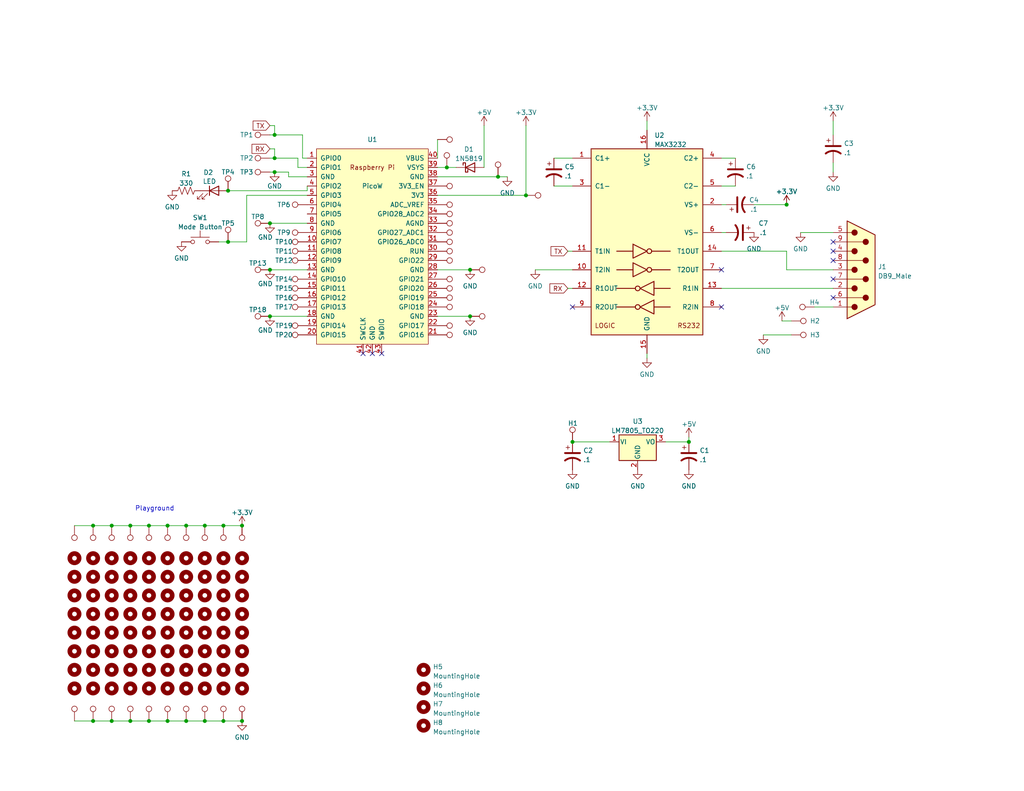
<source format=kicad_sch>
(kicad_sch (version 20211123) (generator eeschema)
  (paper "A")
  (title_block (title "PICO-W Wireless Rotator Controller") (date "2022-08-21") (rev "0.2") (comment 4 "Copyright (C) 2022 J. B. Otterson N1KDO"))
  (junction (at 30.48 196.85))
  (junction (at 128.27 73.66))
  (junction (at 128.27 86.36))
  (junction (at 74.93 36.83))
  (junction (at 60.96 196.85))
  (junction (at 40.64 143.51))
  (junction (at 214.63 55.88))
  (junction (at 45.72 143.51))
  (junction (at 25.4 196.85))
  (junction (at 50.8 196.85))
  (junction (at 74.93 46.99))
  (junction (at 55.88 143.51))
  (junction (at 74.93 43.18))
  (junction (at 50.8 143.51))
  (junction (at 55.88 196.85))
  (junction (at 73.66 73.66))
  (junction (at 187.96 120.65))
  (junction (at 62.23 66.04))
  (junction (at 66.04 196.85))
  (junction (at 121.92 45.72))
  (junction (at 156.21 120.65))
  (junction (at 30.48 143.51))
  (junction (at 73.66 60.96))
  (junction (at 45.72 196.85))
  (junction (at 35.56 196.85))
  (junction (at 66.04 143.51))
  (junction (at 143.51 53.34))
  (junction (at 73.66 86.36))
  (junction (at 60.96 143.51))
  (junction (at 62.23 52.07))
  (junction (at 135.89 48.26))
  (junction (at 40.64 196.85))
  (junction (at 35.56 143.51))
  (junction (at 25.4 143.51))
  (no_connect (at 156.21 83.82))
  (no_connect (at 99.06 96.52))
  (no_connect (at 101.6 96.52))
  (no_connect (at 104.14 96.52))
  (no_connect (at 227.33 66.04))
  (no_connect (at 227.33 71.12))
  (no_connect (at 227.33 68.58))
  (no_connect (at 227.33 81.28))
  (no_connect (at 227.33 76.2))
  (no_connect (at 196.85 73.66))
  (no_connect (at 196.85 83.82))
  (wire (pts (xy 83.82 50.8) (xy 83.82 52.07)))
  (wire (pts (xy 20.32 143.51) (xy 25.4 143.51)))
  (wire (pts (xy 227.33 44.45) (xy 227.33 46.99)))
  (wire (pts (xy 73.66 60.96) (xy 83.82 60.96)))
  (wire (pts (xy 154.94 68.58) (xy 156.21 68.58)))
  (wire (pts (xy 74.93 40.64) (xy 74.93 43.18)))
  (wire (pts (xy 119.38 45.72) (xy 121.92 45.72)))
  (wire (pts (xy 146.05 73.66) (xy 156.21 73.66)))
  (wire (pts (xy 62.23 66.04) (xy 67.31 66.04)))
  (wire (pts (xy 62.23 52.07) (xy 83.82 52.07)))
  (wire (pts (xy 128.27 73.66) (xy 119.38 73.66)))
  (wire (pts (xy 196.85 63.5) (xy 198.12 63.5)))
  (wire (pts (xy 227.33 73.66) (xy 214.63 73.66)))
  (wire (pts (xy 30.48 196.85) (xy 35.56 196.85)))
  (wire (pts (xy 83.82 43.18) (xy 82.55 43.18)))
  (wire (pts (xy 45.72 196.85) (xy 50.8 196.85)))
  (wire (pts (xy 82.55 36.83) (xy 74.93 36.83)))
  (wire (pts (xy 156.21 120.65) (xy 166.37 120.65)))
  (wire (pts (xy 151.13 50.8) (xy 156.21 50.8)))
  (wire (pts (xy 73.66 34.29) (xy 74.93 34.29)))
  (wire (pts (xy 119.38 48.26) (xy 135.89 48.26)))
  (wire (pts (xy 196.85 43.18) (xy 200.66 43.18)))
  (wire (pts (xy 50.8 196.85) (xy 55.88 196.85)))
  (wire (pts (xy 222.25 83.82) (xy 227.33 83.82)))
  (wire (pts (xy 35.56 196.85) (xy 40.64 196.85)))
  (wire (pts (xy 214.63 73.66) (xy 214.63 68.58)))
  (wire (pts (xy 181.61 120.65) (xy 187.96 120.65)))
  (wire (pts (xy 128.27 86.36) (xy 119.38 86.36)))
  (wire (pts (xy 83.82 48.26) (xy 78.74 48.26)))
  (wire (pts (xy 74.93 43.18) (xy 81.28 43.18)))
  (wire (pts (xy 55.88 196.85) (xy 60.96 196.85)))
  (wire (pts (xy 218.44 63.5) (xy 227.33 63.5)))
  (wire (pts (xy 45.72 143.51) (xy 50.8 143.51)))
  (wire (pts (xy 74.93 34.29) (xy 74.93 36.83)))
  (wire (pts (xy 119.38 53.34) (xy 143.51 53.34)))
  (wire (pts (xy 20.32 196.85) (xy 25.4 196.85)))
  (wire (pts (xy 73.66 36.83) (xy 74.93 36.83)))
  (wire (pts (xy 82.55 43.18) (xy 82.55 36.83)))
  (wire (pts (xy 30.48 143.51) (xy 35.56 143.51)))
  (wire (pts (xy 83.82 45.72) (xy 81.28 45.72)))
  (wire (pts (xy 187.96 119.38) (xy 187.96 120.65)))
  (wire (pts (xy 40.64 196.85) (xy 45.72 196.85)))
  (wire (pts (xy 40.64 143.51) (xy 45.72 143.51)))
  (wire (pts (xy 196.85 78.74) (xy 227.33 78.74)))
  (wire (pts (xy 73.66 40.64) (xy 74.93 40.64)))
  (wire (pts (xy 196.85 68.58) (xy 214.63 68.58)))
  (wire (pts (xy 81.28 45.72) (xy 81.28 43.18)))
  (wire (pts (xy 196.85 50.8) (xy 200.66 50.8)))
  (wire (pts (xy 67.31 66.04) (xy 67.31 53.34)))
  (wire (pts (xy 25.4 196.85) (xy 30.48 196.85)))
  (wire (pts (xy 215.9 91.44) (xy 208.28 91.44)))
  (wire (pts (xy 60.96 196.85) (xy 66.04 196.85)))
  (wire (pts (xy 213.36 87.63) (xy 215.9 87.63)))
  (wire (pts (xy 73.66 73.66) (xy 83.82 73.66)))
  (wire (pts (xy 25.4 143.51) (xy 30.48 143.51)))
  (wire (pts (xy 60.96 143.51) (xy 66.04 143.51)))
  (wire (pts (xy 59.69 66.04) (xy 62.23 66.04)))
  (wire (pts (xy 55.88 143.51) (xy 60.96 143.51)))
  (wire (pts (xy 35.56 143.51) (xy 40.64 143.51)))
  (wire (pts (xy 74.93 46.99) (xy 78.74 46.99)))
  (wire (pts (xy 119.38 38.1) (xy 119.38 43.18)))
  (wire (pts (xy 143.51 34.29) (xy 143.51 53.34)))
  (wire (pts (xy 176.53 33.02) (xy 176.53 35.56)))
  (wire (pts (xy 227.33 33.02) (xy 227.33 36.83)))
  (wire (pts (xy 67.31 53.34) (xy 83.82 53.34)))
  (wire (pts (xy 135.89 48.26) (xy 138.43 48.26)))
  (wire (pts (xy 50.8 143.51) (xy 55.88 143.51)))
  (wire (pts (xy 176.53 96.52) (xy 176.53 97.79)))
  (wire (pts (xy 151.13 43.18) (xy 156.21 43.18)))
  (wire (pts (xy 73.66 86.36) (xy 83.82 86.36)))
  (wire (pts (xy 132.08 34.29) (xy 132.08 45.72)))
  (wire (pts (xy 196.85 55.88) (xy 198.12 55.88)))
  (wire (pts (xy 73.66 46.99) (xy 74.93 46.99)))
  (wire (pts (xy 205.74 55.88) (xy 214.63 55.88)))
  (wire (pts (xy 73.66 43.18) (xy 74.93 43.18)))
  (wire (pts (xy 154.94 78.74) (xy 156.21 78.74)))
  (wire (pts (xy 121.92 45.72) (xy 124.46 45.72)))
  (wire (pts (xy 78.74 48.26) (xy 78.74 46.99)))
  (text "Playground" (at 36.83 139.7 0) (effects (font (size 1.27 1.27)) (justify left bottom)))
  (global_label "RX" (shape input) (at 154.94 78.74 180) (property "Intersheet References" "${INTERSHEET_REFS}" (effects hide)))
  (global_label "RX" (shape input) (at 73.66 40.64 180) (property "Intersheet References" "${INTERSHEET_REFS}" (effects hide)))
  (global_label "TX" (shape input) (at 154.94 68.58 180) (property "Intersheet References" "${INTERSHEET_REFS}" (effects hide)))
  (global_label "TX" (shape input) (at 73.66 34.29 180) (property "Intersheet References" "${INTERSHEET_REFS}" (effects hide)))
  (symbol (lib_id "Mechanical:MountingHole") (at 40.64 187.96 0) (unit 1)
    (property "Reference" "GH49" (effects hide))
    (property "Value" "MountingHole" (effects hide))
    (property "Footprint" "TestPoint:TestPoint_THTPad_D1.0mm_Drill0.5mm" (effects hide))
  )
  (symbol (lib_id "power:GND") (at 146.05 73.66 0) (unit 1)
    (property "Reference" "#PWR010" (effects hide))
    (property "Value" "GND" (at 146.05 78.1034 0))
  )
  (symbol (lib_id "Connector:TestPoint") (at 128.27 73.66 270) (unit 1)
    (property "Reference" "TP28" (effects hide))
    (property "Value" "TestPoint" (effects hide))
    (property "Footprint" "TestPoint:TestPoint_THTPad_D1.0mm_Drill0.5mm" (effects hide))
  )
  (symbol (lib_id "Connector:TestPoint") (at 215.9 87.63 270) (unit 1)
    (property "Reference" "H2" (at 220.98 87.63 90) (effects (justify left)))
    (property "Value" "2" (effects hide))
    (property "Footprint" "TestPoint:TestPoint_THTPad_D1.0mm_Drill0.5mm" (effects hide))
  )
  (symbol (lib_id "Connector:TestPoint") (at 83.82 55.88 90) (unit 1)
    (property "Reference" "TP6" (at 77.47 55.88 90))
    (property "Value" "TestPoint" (effects hide))
    (property "Footprint" "TestPoint:TestPoint_THTPad_D1.0mm_Drill0.5mm" (effects hide))
  )
  (symbol (lib_id "power:GND") (at 208.28 91.44 0) (unit 1)
    (property "Reference" "#PWR015" (effects hide))
    (property "Value" "GND" (at 208.28 95.8834 0))
  )
  (symbol (lib_id "Mechanical:MountingHole") (at 20.32 162.56 0) (unit 1)
    (property "Reference" "GH4" (effects hide))
    (property "Value" "MountingHole" (effects hide))
    (property "Footprint" "TestPoint:TestPoint_THTPad_D1.0mm_Drill0.5mm" (effects hide))
  )
  (symbol (lib_id "Mechanical:MountingHole") (at 60.96 177.8 0) (unit 1)
    (property "Reference" "GH87" (effects hide))
    (property "Value" "MountingHole" (effects hide))
    (property "Footprint" "TestPoint:TestPoint_THTPad_D1.0mm_Drill0.5mm" (effects hide))
  )
  (symbol (lib_id "power:+5V") (at 213.36 87.63 0) (unit 1)
    (property "Reference" "#PWR016" (effects hide))
    (property "Value" "+5V" (at 213.36 84.0542 0))
  )
  (symbol (lib_id "power:GND") (at 176.53 97.79 0) (unit 1)
    (property "Reference" "#PWR012" (effects hide))
    (property "Value" "GND" (at 176.53 102.2334 0))
  )
  (symbol (lib_id "Mechanical:MountingHole") (at 20.32 152.4 0) (unit 1)
    (property "Reference" "GH2" (effects hide))
    (property "Value" "MountingHole" (effects hide))
    (property "Footprint" "TestPoint:TestPoint_THTPad_D1.0mm_Drill0.5mm" (effects hide))
  )
  (symbol (lib_id "Mechanical:MountingHole") (at 50.8 177.8 0) (unit 1)
    (property "Reference" "GH67" (effects hide))
    (property "Value" "MountingHole" (effects hide))
    (property "Footprint" "TestPoint:TestPoint_THTPad_D1.0mm_Drill0.5mm" (effects hide))
  )
  (symbol (lib_id "Mechanical:MountingHole") (at 45.72 167.64 0) (unit 1)
    (property "Reference" "GH55" (effects hide))
    (property "Value" "MountingHole" (effects hide))
    (property "Footprint" "TestPoint:TestPoint_THTPad_D1.0mm_Drill0.5mm" (effects hide))
  )
  (symbol (lib_id "Connector:TestPoint") (at 62.23 52.07 0) (unit 1)
    (property "Reference" "TP4" (at 62.23 46.99 0))
    (property "Value" "TestPoint" (effects hide))
    (property "Footprint" "TestPoint:TestPoint_THTPad_D1.0mm_Drill0.5mm" (effects hide))
  )
  (symbol (lib_id "Mechanical:MountingHole") (at 30.48 157.48 0) (unit 1)
    (property "Reference" "GH23" (effects hide))
    (property "Value" "MountingHole" (effects hide))
    (property "Footprint" "TestPoint:TestPoint_THTPad_D1.0mm_Drill0.5mm" (effects hide))
  )
  (symbol (lib_id "Connector:TestPoint") (at 50.8 143.51 180) (unit 1)
    (property "Reference" "GH61" (effects hide))
    (property "Value" "MountingHole" (effects hide))
    (property "Footprint" "TestPoint:TestPoint_THTPad_D1.0mm_Drill0.5mm" (effects hide))
  )
  (symbol (lib_id "power:GND") (at 73.66 60.96 0) (unit 1)
    (property "Reference" "#PWR02" (effects hide))
    (property "Value" "GND" (at 72.39 64.77 0))
  )
  (symbol (lib_id "power:GND") (at 138.43 48.26 0) (unit 1)
    (property "Reference" "#PWR08" (effects hide))
    (property "Value" "GND" (at 138.43 52.7034 0))
  )
  (symbol (lib_id "Mechanical:MountingHole") (at 20.32 172.72 0) (unit 1)
    (property "Reference" "GH6" (effects hide))
    (property "Value" "MountingHole" (effects hide))
    (property "Footprint" "TestPoint:TestPoint_THTPad_D1.0mm_Drill0.5mm" (effects hide))
  )
  (symbol (lib_id "Mechanical:MountingHole") (at 50.8 162.56 0) (unit 1)
    (property "Reference" "GH64" (effects hide))
    (property "Value" "MountingHole" (effects hide))
    (property "Footprint" "TestPoint:TestPoint_THTPad_D1.0mm_Drill0.5mm" (effects hide))
  )
  (symbol (lib_id "Mechanical:MountingHole") (at 35.56 162.56 0) (unit 1)
    (property "Reference" "GH34" (effects hide))
    (property "Value" "MountingHole" (effects hide))
    (property "Footprint" "TestPoint:TestPoint_THTPad_D1.0mm_Drill0.5mm" (effects hide))
  )
  (symbol (lib_id "Connector:TestPoint") (at 66.04 143.51 180) (unit 1)
    (property "Reference" "GH91" (effects hide))
    (property "Value" "MountingHole" (effects hide))
    (property "Footprint" "TestPoint:TestPoint_THTPad_D1.0mm_Drill0.5mm" (effects hide))
  )
  (symbol (lib_id "Connector:TestPoint") (at 83.82 66.04 90) (unit 1)
    (property "Reference" "TP10" (at 77.47 66.04 90))
    (property "Value" "TestPoint" (effects hide))
    (property "Footprint" "TestPoint:TestPoint_THTPad_D1.0mm_Drill0.5mm" (effects hide))
  )
  (symbol (lib_id "Mechanical:MountingHole") (at 20.32 157.48 0) (unit 1)
    (property "Reference" "GH3" (effects hide))
    (property "Value" "MountingHole" (effects hide))
    (property "Footprint" "TestPoint:TestPoint_THTPad_D1.0mm_Drill0.5mm" (effects hide))
  )
  (symbol (lib_id "Device:C_Polarized_US") (at 151.13 46.99 0) (unit 1)
    (property "Reference" "C5" (at 154.051 45.5203 0) (effects (justify left)))
    (property "Value" ".1" (at 154.051 48.0572 0) (effects (justify left)))
    (property "Footprint" "Capacitor_THT:CP_Radial_Tantal_D4.5mm_P2.50mm" (effects hide))
    (property "Datasheet" "https://www.mouser.com/datasheet/2/212/KEM_T2043_T35X-1730558.pdf" (effects hide))
    (property "part" "T350A104M035AT" (effects hide))
  )
  (symbol (lib_id "Mechanical:MountingHole") (at 30.48 177.8 0) (unit 1)
    (property "Reference" "GH27" (effects hide))
    (property "Value" "MountingHole" (effects hide))
    (property "Footprint" "TestPoint:TestPoint_THTPad_D1.0mm_Drill0.5mm" (effects hide))
  )
  (symbol (lib_id "Connector:TestPoint") (at 60.96 143.51 180) (unit 1)
    (property "Reference" "GH81" (effects hide))
    (property "Value" "MountingHole" (effects hide))
    (property "Footprint" "TestPoint:TestPoint_THTPad_D1.0mm_Drill0.5mm" (effects hide))
  )
  (symbol (lib_id "Connector:TestPoint") (at 215.9 91.44 270) (unit 1)
    (property "Reference" "H3" (at 220.98 91.44 90) (effects (justify left)))
    (property "Value" "3" (effects hide))
    (property "Footprint" "TestPoint:TestPoint_THTPad_D1.0mm_Drill0.5mm" (effects hide))
  )
  (symbol (lib_id "Mechanical:MountingHole") (at 25.4 177.8 0) (unit 1)
    (property "Reference" "GH17" (effects hide))
    (property "Value" "MountingHole" (effects hide))
    (property "Footprint" "TestPoint:TestPoint_THTPad_D1.0mm_Drill0.5mm" (effects hide))
  )
  (symbol (lib_id "Mechanical:MountingHole") (at 30.48 187.96 0) (unit 1)
    (property "Reference" "GH29" (effects hide))
    (property "Value" "MountingHole" (effects hide))
    (property "Footprint" "TestPoint:TestPoint_THTPad_D1.0mm_Drill0.5mm" (effects hide))
  )
  (symbol (lib_id "Mechanical:MountingHole") (at 35.56 177.8 0) (unit 1)
    (property "Reference" "GH37" (effects hide))
    (property "Value" "MountingHole" (effects hide))
    (property "Footprint" "TestPoint:TestPoint_THTPad_D1.0mm_Drill0.5mm" (effects hide))
  )
  (symbol (lib_id "power:GND") (at 66.04 196.85 0) (unit 1)
    (property "Reference" "#PWR0104" (effects hide))
    (property "Value" "GND" (at 66.04 201.2934 0))
  )
  (symbol (lib_id "Mechanical:MountingHole") (at 66.04 177.8 0) (unit 1)
    (property "Reference" "GH97" (effects hide))
    (property "Value" "MountingHole" (effects hide))
    (property "Footprint" "TestPoint:TestPoint_THTPad_D1.0mm_Drill0.5mm" (effects hide))
  )
  (symbol (lib_id "Connector:TestPoint") (at 30.48 196.85 0) (unit 1)
    (property "Reference" "GH30" (effects hide))
    (property "Value" "MountingHole" (effects hide))
    (property "Footprint" "TestPoint:TestPoint_THTPad_D1.0mm_Drill0.5mm" (effects hide))
  )
  (symbol (lib_id "Mechanical:MountingHole") (at 66.04 157.48 0) (unit 1)
    (property "Reference" "GH93" (effects hide))
    (property "Value" "MountingHole" (effects hide))
    (property "Footprint" "TestPoint:TestPoint_THTPad_D1.0mm_Drill0.5mm" (effects hide))
  )
  (symbol (lib_id "Connector:TestPoint") (at 35.56 143.51 180) (unit 1)
    (property "Reference" "GH31" (effects hide))
    (property "Value" "MountingHole" (effects hide))
    (property "Footprint" "TestPoint:TestPoint_THTPad_D1.0mm_Drill0.5mm" (effects hide))
  )
  (symbol (lib_id "Mechanical:MountingHole") (at 35.56 187.96 0) (unit 1)
    (property "Reference" "GH39" (effects hide))
    (property "Value" "MountingHole" (effects hide))
    (property "Footprint" "TestPoint:TestPoint_THTPad_D1.0mm_Drill0.5mm" (effects hide))
  )
  (symbol (lib_id "Mechanical:MountingHole") (at 40.64 162.56 0) (unit 1)
    (property "Reference" "GH44" (effects hide))
    (property "Value" "MountingHole" (effects hide))
    (property "Footprint" "TestPoint:TestPoint_THTPad_D1.0mm_Drill0.5mm" (effects hide))
  )
  (symbol (lib_id "Mechanical:MountingHole") (at 115.57 187.96 0) (unit 1)
    (property "Reference" "H6" (at 118.11 187.1253 0) (effects (justify left)))
    (property "Value" "MountingHole" (at 118.11 189.6622 0) (effects (justify left)))
    (property "Footprint" "MountingHole:MountingHole_3.5mm" (effects hide))
  )
  (symbol (lib_id "Device:R_US") (at 50.8 52.07 90) (unit 1)
    (property "Reference" "R1" (at 50.8 47.4812 90))
    (property "Value" "330" (at 50.8 50.0181 90))
    (property "Footprint" "Resistor_THT:R_Axial_DIN0207_L6.3mm_D2.5mm_P7.62mm_Horizontal" (effects hide))
  )
  (symbol (lib_id "Mechanical:MountingHole") (at 50.8 152.4 0) (unit 1)
    (property "Reference" "GH62" (effects hide))
    (property "Value" "MountingHole" (effects hide))
    (property "Footprint" "TestPoint:TestPoint_THTPad_D1.0mm_Drill0.5mm" (effects hide))
  )
  (symbol (lib_id "Device:C_Polarized_US") (at 200.66 46.99 0) (unit 1)
    (property "Reference" "C6" (at 203.581 45.5203 0) (effects (justify left)))
    (property "Value" ".1" (at 203.581 48.0572 0) (effects (justify left)))
    (property "Footprint" "Capacitor_THT:CP_Radial_Tantal_D4.5mm_P2.50mm" (effects hide))
    (property "Datasheet" "https://www.mouser.com/datasheet/2/212/KEM_T2043_T35X-1730558.pdf" (effects hide))
    (property "part" "T350A104M035AT" (effects hide))
  )
  (symbol (lib_id "Connector:TestPoint") (at 83.82 71.12 90) (unit 1)
    (property "Reference" "TP12" (at 77.47 71.12 90))
    (property "Value" "TestPoint" (effects hide))
    (property "Footprint" "TestPoint:TestPoint_THTPad_D1.0mm_Drill0.5mm" (effects hide))
  )
  (symbol (lib_id "power:+5V") (at 187.96 119.38 0) (unit 1)
    (property "Reference" "#PWR023" (effects hide))
    (property "Value" "+5V" (at 187.96 115.8042 0))
  )
  (symbol (lib_id "Mechanical:MountingHole") (at 25.4 172.72 0) (unit 1)
    (property "Reference" "GH16" (effects hide))
    (property "Value" "MountingHole" (effects hide))
    (property "Footprint" "TestPoint:TestPoint_THTPad_D1.0mm_Drill0.5mm" (effects hide))
  )
  (symbol (lib_id "Mechanical:MountingHole") (at 55.88 182.88 0) (unit 1)
    (property "Reference" "GH78" (effects hide))
    (property "Value" "MountingHole" (effects hide))
    (property "Footprint" "TestPoint:TestPoint_THTPad_D1.0mm_Drill0.5mm" (effects hide))
  )
  (symbol (lib_id "Connector:TestPoint") (at 83.82 91.44 90) (unit 1)
    (property "Reference" "TP20" (at 77.47 91.44 90))
    (property "Value" "TestPoint" (effects hide))
    (property "Footprint" "TestPoint:TestPoint_THTPad_D1.0mm_Drill0.5mm" (effects hide))
  )
  (symbol (lib_id "Connector:TestPoint") (at 30.48 143.51 180) (unit 1)
    (property "Reference" "GH21" (effects hide))
    (property "Value" "MountingHole" (effects hide))
    (property "Footprint" "TestPoint:TestPoint_THTPad_D1.0mm_Drill0.5mm" (effects hide))
  )
  (symbol (lib_id "Connector:TestPoint") (at 73.66 86.36 90) (unit 1)
    (property "Reference" "TP18" (at 70.358 84.5622 90))
    (property "Value" "TestPoint" (effects hide))
    (property "Footprint" "TestPoint:TestPoint_THTPad_D1.0mm_Drill0.5mm" (effects hide))
  )
  (symbol (lib_id "Mechanical:MountingHole") (at 45.72 177.8 0) (unit 1)
    (property "Reference" "GH57" (effects hide))
    (property "Value" "MountingHole" (effects hide))
    (property "Footprint" "TestPoint:TestPoint_THTPad_D1.0mm_Drill0.5mm" (effects hide))
  )
  (symbol (lib_id "Mechanical:MountingHole") (at 60.96 172.72 0) (unit 1)
    (property "Reference" "GH86" (effects hide))
    (property "Value" "MountingHole" (effects hide))
    (property "Footprint" "TestPoint:TestPoint_THTPad_D1.0mm_Drill0.5mm" (effects hide))
  )
  (symbol (lib_id "Mechanical:MountingHole") (at 45.72 162.56 0) (unit 1)
    (property "Reference" "GH54" (effects hide))
    (property "Value" "MountingHole" (effects hide))
    (property "Footprint" "TestPoint:TestPoint_THTPad_D1.0mm_Drill0.5mm" (effects hide))
  )
  (symbol (lib_id "Mechanical:MountingHole") (at 115.57 193.04 0) (unit 1)
    (property "Reference" "H7" (at 118.11 192.2053 0) (effects (justify left)))
    (property "Value" "MountingHole" (at 118.11 194.7422 0) (effects (justify left)))
    (property "Footprint" "MountingHole:MountingHole_3.5mm" (effects hide))
  )
  (symbol (lib_id "Mechanical:MountingHole") (at 45.72 152.4 0) (unit 1)
    (property "Reference" "GH52" (effects hide))
    (property "Value" "MountingHole" (effects hide))
    (property "Footprint" "TestPoint:TestPoint_THTPad_D1.0mm_Drill0.5mm" (effects hide))
  )
  (symbol (lib_id "Connector:TestPoint") (at 83.82 68.58 90) (unit 1)
    (property "Reference" "TP11" (at 77.47 68.58 90))
    (property "Value" "TestPoint" (effects hide))
    (property "Footprint" "TestPoint:TestPoint_THTPad_D1.0mm_Drill0.5mm" (effects hide))
  )
  (symbol (lib_id "power:+3.3V") (at 227.33 33.02 0) (unit 1)
    (property "Reference" "#PWR021" (effects hide))
    (property "Value" "+3.3V" (at 227.33 29.4442 0))
  )
  (symbol (lib_id "Regulator_Linear:LM7805_TO220") (at 173.99 120.65 0) (unit 1)
    (property "Reference" "U3" (at 173.99 115.0452 0))
    (property "Value" "LM7805_TO220" (at 173.99 117.5821 0))
    (property "Footprint" "Package_TO_SOT_THT:TO-220-3_Vertical" (effects hide))
    (property "Datasheet" "https://www.onsemi.cn/PowerSolutions/document/MC7800-D.PDF" (effects hide))
  )
  (symbol (lib_id "Device:C_Polarized_US") (at 187.96 124.46 0) (unit 1)
    (property "Reference" "C1" (at 190.881 122.9903 0) (effects (justify left)))
    (property "Value" ".1" (at 190.881 125.5272 0) (effects (justify left)))
    (property "Footprint" "Capacitor_THT:CP_Radial_Tantal_D4.5mm_P2.50mm" (effects hide))
    (property "Datasheet" "https://www.mouser.com/datasheet/2/212/KEM_T2043_T35X-1730558.pdf" (effects hide))
    (property "part" "T350A104M035AT" (effects hide))
  )
  (symbol (lib_id "Connector:TestPoint") (at 55.88 196.85 0) (unit 1)
    (property "Reference" "GH80" (effects hide))
    (property "Value" "MountingHole" (effects hide))
    (property "Footprint" "TestPoint:TestPoint_THTPad_D1.0mm_Drill0.5mm" (effects hide))
  )
  (symbol (lib_id "Connector:TestPoint") (at 83.82 78.74 90) (unit 1)
    (property "Reference" "TP15" (at 77.47 78.74 90))
    (property "Value" "TestPoint" (effects hide))
    (property "Footprint" "TestPoint:TestPoint_THTPad_D1.0mm_Drill0.5mm" (effects hide))
  )
  (symbol (lib_id "Mechanical:MountingHole") (at 25.4 187.96 0) (unit 1)
    (property "Reference" "GH19" (effects hide))
    (property "Value" "MountingHole" (effects hide))
    (property "Footprint" "TestPoint:TestPoint_THTPad_D1.0mm_Drill0.5mm" (effects hide))
  )
  (symbol (lib_id "power:+3.3V") (at 214.63 55.88 0) (unit 1)
    (property "Reference" "#PWR017" (effects hide))
    (property "Value" "+3.3V" (at 214.63 52.3042 0))
  )
  (symbol (lib_id "Mechanical:MountingHole") (at 40.64 172.72 0) (unit 1)
    (property "Reference" "GH46" (effects hide))
    (property "Value" "MountingHole" (effects hide))
    (property "Footprint" "TestPoint:TestPoint_THTPad_D1.0mm_Drill0.5mm" (effects hide))
  )
  (symbol (lib_id "Diode:1N5819") (at 128.27 45.72 0) (unit 1)
    (property "Reference" "D1" (at 127.9525 40.7502 0))
    (property "Value" "1N5819" (at 127.9525 43.2871 0))
    (property "Footprint" "Diode_THT:D_DO-41_SOD81_P7.62mm_Horizontal" (effects hide))
    (property "Datasheet" "http://www.vishay.com/docs/88525/1n5817.pdf" (effects hide))
  )
  (symbol (lib_id "Connector:TestPoint") (at 62.23 66.04 0) (unit 1)
    (property "Reference" "TP5" (at 62.23 60.96 0))
    (property "Value" "TestPoint" (effects hide))
    (property "Footprint" "TestPoint:TestPoint_THTPad_D1.0mm_Drill0.5mm" (effects hide))
  )
  (symbol (lib_id "Connector:TestPoint") (at 25.4 143.51 180) (unit 1)
    (property "Reference" "GH11" (effects hide))
    (property "Value" "MountingHole" (effects hide))
    (property "Footprint" "TestPoint:TestPoint_THTPad_D1.0mm_Drill0.5mm" (effects hide))
  )
  (symbol (lib_id "Mechanical:MountingHole") (at 25.4 167.64 0) (unit 1)
    (property "Reference" "GH15" (effects hide))
    (property "Value" "MountingHole" (effects hide))
    (property "Footprint" "TestPoint:TestPoint_THTPad_D1.0mm_Drill0.5mm" (effects hide))
  )
  (symbol (lib_id "power:GND") (at 227.33 46.99 0) (unit 1)
    (property "Reference" "#PWR022" (effects hide))
    (property "Value" "GND" (at 227.33 51.4334 0))
  )
  (symbol (lib_id "Mechanical:MountingHole") (at 30.48 162.56 0) (unit 1)
    (property "Reference" "GH24" (effects hide))
    (property "Value" "MountingHole" (effects hide))
    (property "Footprint" "TestPoint:TestPoint_THTPad_D1.0mm_Drill0.5mm" (effects hide))
  )
  (symbol (lib_id "Connector:TestPoint") (at 40.64 143.51 180) (unit 1)
    (property "Reference" "GH41" (effects hide))
    (property "Value" "MountingHole" (effects hide))
    (property "Footprint" "TestPoint:TestPoint_THTPad_D1.0mm_Drill0.5mm" (effects hide))
  )
  (symbol (lib_id "Mechanical:MountingHole") (at 20.32 187.96 0) (unit 1)
    (property "Reference" "GH9" (effects hide))
    (property "Value" "MountingHole" (effects hide))
    (property "Footprint" "TestPoint:TestPoint_THTPad_D1.0mm_Drill0.5mm" (effects hide))
  )
  (symbol (lib_id "Device:C_Polarized_US") (at 227.33 40.64 0) (unit 1)
    (property "Reference" "C3" (at 230.251 39.1703 0) (effects (justify left)))
    (property "Value" ".1" (at 230.251 41.7072 0) (effects (justify left)))
    (property "Footprint" "Capacitor_THT:CP_Radial_Tantal_D4.5mm_P2.50mm" (effects hide))
    (property "Datasheet" "https://www.mouser.com/datasheet/2/212/KEM_T2043_T35X-1730558.pdf" (effects hide))
    (property "part" "T350A104M035AT" (effects hide))
  )
  (symbol (lib_id "Connector:TestPoint") (at 119.38 60.96 270) (unit 1)
    (property "Reference" "TP33" (effects hide))
    (property "Value" "TestPoint" (effects hide))
    (property "Footprint" "TestPoint:TestPoint_THTPad_D1.0mm_Drill0.5mm" (effects hide))
  )
  (symbol (lib_id "Mechanical:MountingHole") (at 55.88 187.96 0) (unit 1)
    (property "Reference" "GH79" (effects hide))
    (property "Value" "MountingHole" (effects hide))
    (property "Footprint" "TestPoint:TestPoint_THTPad_D1.0mm_Drill0.5mm" (effects hide))
  )
  (symbol (lib_id "Connector:TestPoint") (at 83.82 76.2 90) (unit 1)
    (property "Reference" "TP14" (at 77.47 76.2 90))
    (property "Value" "TestPoint" (effects hide))
    (property "Footprint" "TestPoint:TestPoint_THTPad_D1.0mm_Drill0.5mm" (effects hide))
  )
  (symbol (lib_id "power:GND") (at 173.99 128.27 0) (unit 1)
    (property "Reference" "#PWR019" (effects hide))
    (property "Value" "GND" (at 173.99 132.7134 0))
  )
  (symbol (lib_id "Connector:TestPoint") (at 119.38 63.5 270) (unit 1)
    (property "Reference" "TP32" (effects hide))
    (property "Value" "TestPoint" (effects hide))
    (property "Footprint" "TestPoint:TestPoint_THTPad_D1.0mm_Drill0.5mm" (effects hide))
  )
  (symbol (lib_id "Mechanical:MountingHole") (at 66.04 152.4 0) (unit 1)
    (property "Reference" "GH92" (effects hide))
    (property "Value" "MountingHole" (effects hide))
    (property "Footprint" "TestPoint:TestPoint_THTPad_D1.0mm_Drill0.5mm" (effects hide))
  )
  (symbol (lib_id "Mechanical:MountingHole") (at 60.96 162.56 0) (unit 1)
    (property "Reference" "GH84" (effects hide))
    (property "Value" "MountingHole" (effects hide))
    (property "Footprint" "TestPoint:TestPoint_THTPad_D1.0mm_Drill0.5mm" (effects hide))
  )
  (symbol (lib_id "Mechanical:MountingHole") (at 66.04 162.56 0) (unit 1)
    (property "Reference" "GH94" (effects hide))
    (property "Value" "MountingHole" (effects hide))
    (property "Footprint" "TestPoint:TestPoint_THTPad_D1.0mm_Drill0.5mm" (effects hide))
  )
  (symbol (lib_id "Mechanical:MountingHole") (at 20.32 182.88 0) (unit 1)
    (property "Reference" "GH8" (effects hide))
    (property "Value" "MountingHole" (effects hide))
    (property "Footprint" "TestPoint:TestPoint_THTPad_D1.0mm_Drill0.5mm" (effects hide))
  )
  (symbol (lib_id "Mechanical:MountingHole") (at 50.8 172.72 0) (unit 1)
    (property "Reference" "GH66" (effects hide))
    (property "Value" "MountingHole" (effects hide))
    (property "Footprint" "TestPoint:TestPoint_THTPad_D1.0mm_Drill0.5mm" (effects hide))
  )
  (symbol (lib_id "Connector:TestPoint") (at 73.66 73.66 90) (unit 1)
    (property "Reference" "TP13" (at 70.358 71.8622 90))
    (property "Value" "TestPoint" (effects hide))
    (property "Footprint" "TestPoint:TestPoint_THTPad_D1.0mm_Drill0.5mm" (effects hide))
  )
  (symbol (lib_id "Connector:TestPoint") (at 119.38 81.28 270) (unit 1)
    (property "Reference" "TP25" (effects hide))
    (property "Value" "TestPoint" (effects hide))
    (property "Footprint" "TestPoint:TestPoint_THTPad_D1.0mm_Drill0.5mm" (effects hide))
  )
  (symbol (lib_id "Mechanical:MountingHole") (at 30.48 182.88 0) (unit 1)
    (property "Reference" "GH28" (effects hide))
    (property "Value" "MountingHole" (effects hide))
    (property "Footprint" "TestPoint:TestPoint_THTPad_D1.0mm_Drill0.5mm" (effects hide))
  )
  (symbol (lib_id "RPi_Pico:PicoW") (at 101.6 67.31 0) (unit 1)
    (property "Reference" "U1" (at 101.6 38.1 0))
    (property "Value" "PicoW" (at 101.6 50.8 0))
    (property "Footprint" "pico-w:RPi_PicoW_SMD_TH" (effects hide))
    (property "Datasheet" "https://datasheets.raspberrypi.com/picow/pico-w-datasheet.pdf" (effects hide))
  )
  (symbol (lib_id "power:GND") (at 73.66 86.36 0) (unit 1)
    (property "Reference" "#PWR04" (effects hide))
    (property "Value" "GND" (at 72.39 90.17 0))
  )
  (symbol (lib_id "Device:C_Polarized_US") (at 201.93 63.5 270) (unit 1)
    (property "Reference" "C7" (at 208.28 60.96 90))
    (property "Value" ".1" (at 208.28 63.5 90))
    (property "Footprint" "Capacitor_THT:CP_Radial_Tantal_D4.5mm_P2.50mm" (effects hide))
    (property "Datasheet" "https://www.mouser.com/datasheet/2/212/KEM_T2043_T35X-1730558.pdf" (effects hide))
    (property "part" "T350A104M035AT" (effects hide))
  )
  (symbol (lib_id "Connector:TestPoint") (at 222.25 83.82 90) (unit 1)
    (property "Reference" "H4" (at 222.25 82.55 90))
    (property "Value" "1" (effects hide))
    (property "Footprint" "TestPoint:TestPoint_THTPad_D1.0mm_Drill0.5mm" (effects hide))
  )
  (symbol (lib_id "Connector:TestPoint") (at 119.38 68.58 270) (unit 1)
    (property "Reference" "TP30" (effects hide))
    (property "Value" "TestPoint" (effects hide))
    (property "Footprint" "TestPoint:TestPoint_THTPad_D1.0mm_Drill0.5mm" (effects hide))
  )
  (symbol (lib_id "Mechanical:MountingHole") (at 60.96 152.4 0) (unit 1)
    (property "Reference" "GH82" (effects hide))
    (property "Value" "MountingHole" (effects hide))
    (property "Footprint" "TestPoint:TestPoint_THTPad_D1.0mm_Drill0.5mm" (effects hide))
  )
  (symbol (lib_id "Connector:DB9_Male") (at 234.95 73.66 0) (unit 1)
    (property "Reference" "J1" (at 239.522 72.8253 0) (effects (justify left)))
    (property "Value" "DB9_Male" (at 239.522 75.3622 0) (effects (justify left)))
    (property "Footprint" "Connector_Dsub:DSUB-9_Male_Horizontal_P2.77x2.84mm_EdgePinOffset4.94mm_Housed_MountingHolesOffset7.48mm" (effects hide))
    (property "Datasheet" "https://www.amphenol-cs.com/media/wysiwyg/files/documentation/datasheet/inputoutput/io_d_sub_sd_stamped_formed_right_angle_board.pdf" (effects hide))
    (property "part" "L717SDE09PA4CH4RC309" (effects hide))
  )
  (symbol (lib_id "Device:C_Polarized_US") (at 201.93 55.88 90) (unit 1)
    (property "Reference" "C4" (at 205.74 54.61 90))
    (property "Value" ".1" (at 205.74 57.15 90))
    (property "Footprint" "Capacitor_THT:CP_Radial_Tantal_D4.5mm_P2.50mm" (effects hide))
    (property "Datasheet" "https://www.mouser.com/datasheet/2/212/KEM_T2043_T35X-1730558.pdf" (effects hide))
    (property "part" "T350A104M035AT" (effects hide))
  )
  (symbol (lib_id "Connector:TestPoint") (at 119.38 38.1 270) (unit 1)
    (property "Reference" "TP40" (effects hide))
    (property "Value" "TestPoint" (effects hide))
    (property "Footprint" "TestPoint:TestPoint_THTPad_D1.0mm_Drill0.5mm" (effects hide))
  )
  (symbol (lib_id "Mechanical:MountingHole") (at 30.48 167.64 0) (unit 1)
    (property "Reference" "GH25" (effects hide))
    (property "Value" "MountingHole" (effects hide))
    (property "Footprint" "TestPoint:TestPoint_THTPad_D1.0mm_Drill0.5mm" (effects hide))
  )
  (symbol (lib_id "Device:LED") (at 58.42 52.07 0) (unit 1)
    (property "Reference" "D2" (at 56.8325 47.1002 0))
    (property "Value" "LED" (at 57.15 49.53 0))
    (property "Footprint" "LED_THT:LED_D3.0mm" (effects hide))
  )
  (symbol (lib_id "Connector:TestPoint") (at 119.38 66.04 270) (unit 1)
    (property "Reference" "TP31" (effects hide))
    (property "Value" "TestPoint" (effects hide))
    (property "Footprint" "TestPoint:TestPoint_THTPad_D1.0mm_Drill0.5mm" (effects hide))
  )
  (symbol (lib_id "Connector:TestPoint") (at 119.38 58.42 270) (unit 1)
    (property "Reference" "TP34" (effects hide))
    (property "Value" "TestPoint" (effects hide))
    (property "Footprint" "TestPoint:TestPoint_THTPad_D1.0mm_Drill0.5mm" (effects hide))
  )
  (symbol (lib_id "Mechanical:MountingHole") (at 50.8 187.96 0) (unit 1)
    (property "Reference" "GH69" (effects hide))
    (property "Value" "MountingHole" (effects hide))
    (property "Footprint" "TestPoint:TestPoint_THTPad_D1.0mm_Drill0.5mm" (effects hide))
  )
  (symbol (lib_id "power:GND") (at 156.21 128.27 0) (unit 1)
    (property "Reference" "#PWR013" (effects hide))
    (property "Value" "GND" (at 156.21 132.7134 0))
  )
  (symbol (lib_id "Connector:TestPoint") (at 73.66 46.99 90) (unit 1)
    (property "Reference" "TP3" (at 67.31 46.99 90))
    (property "Value" "TestPoint" (effects hide))
    (property "Footprint" "TestPoint:TestPoint_THTPad_D1.0mm_Drill0.5mm" (effects hide))
  )
  (symbol (lib_id "Mechanical:MountingHole") (at 40.64 157.48 0) (unit 1)
    (property "Reference" "GH43" (effects hide))
    (property "Value" "MountingHole" (effects hide))
    (property "Footprint" "TestPoint:TestPoint_THTPad_D1.0mm_Drill0.5mm" (effects hide))
  )
  (symbol (lib_id "power:GND") (at 46.99 52.07 0) (unit 1)
    (property "Reference" "#PWR0102" (effects hide))
    (property "Value" "GND" (at 46.99 56.5134 0))
  )
  (symbol (lib_id "Mechanical:MountingHole") (at 40.64 177.8 0) (unit 1)
    (property "Reference" "GH47" (effects hide))
    (property "Value" "MountingHole" (effects hide))
    (property "Footprint" "TestPoint:TestPoint_THTPad_D1.0mm_Drill0.5mm" (effects hide))
  )
  (symbol (lib_id "Connector:TestPoint") (at 119.38 78.74 270) (unit 1)
    (property "Reference" "TP26" (effects hide))
    (property "Value" "TestPoint" (effects hide))
    (property "Footprint" "TestPoint:TestPoint_THTPad_D1.0mm_Drill0.5mm" (effects hide))
  )
  (symbol (lib_id "Mechanical:MountingHole") (at 25.4 162.56 0) (unit 1)
    (property "Reference" "GH14" (effects hide))
    (property "Value" "MountingHole" (effects hide))
    (property "Footprint" "TestPoint:TestPoint_THTPad_D1.0mm_Drill0.5mm" (effects hide))
  )
  (symbol (lib_id "power:+5V") (at 132.08 34.29 0) (unit 1)
    (property "Reference" "#PWR07" (effects hide))
    (property "Value" "+5V" (at 132.08 30.7142 0))
  )
  (symbol (lib_id "Mechanical:MountingHole") (at 40.64 152.4 0) (unit 1)
    (property "Reference" "GH42" (effects hide))
    (property "Value" "MountingHole" (effects hide))
    (property "Footprint" "TestPoint:TestPoint_THTPad_D1.0mm_Drill0.5mm" (effects hide))
  )
  (symbol (lib_id "Mechanical:MountingHole") (at 50.8 182.88 0) (unit 1)
    (property "Reference" "GH68" (effects hide))
    (property "Value" "MountingHole" (effects hide))
    (property "Footprint" "TestPoint:TestPoint_THTPad_D1.0mm_Drill0.5mm" (effects hide))
  )
  (symbol (lib_id "Connector:TestPoint") (at 60.96 196.85 0) (unit 1)
    (property "Reference" "GH90" (effects hide))
    (property "Value" "MountingHole" (effects hide))
    (property "Footprint" "TestPoint:TestPoint_THTPad_D1.0mm_Drill0.5mm" (effects hide))
  )
  (symbol (lib_id "Connector:TestPoint") (at 55.88 143.51 180) (unit 1)
    (property "Reference" "GH71" (effects hide))
    (property "Value" "MountingHole" (effects hide))
    (property "Footprint" "TestPoint:TestPoint_THTPad_D1.0mm_Drill0.5mm" (effects hide))
  )
  (symbol (lib_id "Connector:TestPoint") (at 135.89 48.26 0) (unit 1)
    (property "Reference" "TP38" (effects hide))
    (property "Value" "TestPoint" (effects hide))
    (property "Footprint" "TestPoint:TestPoint_THTPad_D1.0mm_Drill0.5mm" (effects hide))
  )
  (symbol (lib_id "Mechanical:MountingHole") (at 55.88 177.8 0) (unit 1)
    (property "Reference" "GH77" (effects hide))
    (property "Value" "MountingHole" (effects hide))
    (property "Footprint" "TestPoint:TestPoint_THTPad_D1.0mm_Drill0.5mm" (effects hide))
  )
  (symbol (lib_id "Mechanical:MountingHole") (at 20.32 177.8 0) (unit 1)
    (property "Reference" "GH7" (effects hide))
    (property "Value" "MountingHole" (effects hide))
    (property "Footprint" "TestPoint:TestPoint_THTPad_D1.0mm_Drill0.5mm" (effects hide))
  )
  (symbol (lib_id "power:GND") (at 74.93 46.99 0) (unit 1)
    (property "Reference" "#PWR01" (effects hide))
    (property "Value" "GND" (at 74.93 50.8 0))
  )
  (symbol (lib_id "Connector:TestPoint") (at 45.72 196.85 0) (unit 1)
    (property "Reference" "GH60" (effects hide))
    (property "Value" "MountingHole" (effects hide))
    (property "Footprint" "TestPoint:TestPoint_THTPad_D1.0mm_Drill0.5mm" (effects hide))
  )
  (symbol (lib_id "Mechanical:MountingHole") (at 30.48 152.4 0) (unit 1)
    (property "Reference" "GH22" (effects hide))
    (property "Value" "MountingHole" (effects hide))
    (property "Footprint" "TestPoint:TestPoint_THTPad_D1.0mm_Drill0.5mm" (effects hide))
  )
  (symbol (lib_id "Mechanical:MountingHole") (at 60.96 182.88 0) (unit 1)
    (property "Reference" "GH88" (effects hide))
    (property "Value" "MountingHole" (effects hide))
    (property "Footprint" "TestPoint:TestPoint_THTPad_D1.0mm_Drill0.5mm" (effects hide))
  )
  (symbol (lib_id "Mechanical:MountingHole") (at 40.64 182.88 0) (unit 1)
    (property "Reference" "GH48" (effects hide))
    (property "Value" "MountingHole" (effects hide))
    (property "Footprint" "TestPoint:TestPoint_THTPad_D1.0mm_Drill0.5mm" (effects hide))
  )
  (symbol (lib_id "Mechanical:MountingHole") (at 115.57 182.88 0) (unit 1)
    (property "Reference" "H5" (at 118.11 182.0453 0) (effects (justify left)))
    (property "Value" "MountingHole" (at 118.11 184.5822 0) (effects (justify left)))
    (property "Footprint" "MountingHole:MountingHole_3.5mm" (effects hide))
  )
  (symbol (lib_id "Connector:TestPoint") (at 50.8 196.85 0) (unit 1)
    (property "Reference" "GH70" (effects hide))
    (property "Value" "MountingHole" (effects hide))
    (property "Footprint" "TestPoint:TestPoint_THTPad_D1.0mm_Drill0.5mm" (effects hide))
  )
  (symbol (lib_id "Mechanical:MountingHole") (at 35.56 172.72 0) (unit 1)
    (property "Reference" "GH36" (effects hide))
    (property "Value" "MountingHole" (effects hide))
    (property "Footprint" "TestPoint:TestPoint_THTPad_D1.0mm_Drill0.5mm" (effects hide))
  )
  (symbol (lib_id "Connector:TestPoint") (at 119.38 91.44 270) (unit 1)
    (property "Reference" "TP21" (effects hide))
    (property "Value" "TestPoint" (effects hide))
    (property "Footprint" "TestPoint:TestPoint_THTPad_D1.0mm_Drill0.5mm" (effects hide))
  )
  (symbol (lib_id "Connector:TestPoint") (at 20.32 143.51 180) (unit 1)
    (property "Reference" "GH1" (effects hide))
    (property "Value" "MountingHole" (effects hide))
    (property "Footprint" "TestPoint:TestPoint_THTPad_D1.0mm_Drill0.5mm" (effects hide))
  )
  (symbol (lib_id "power:GND") (at 128.27 86.36 0) (unit 1)
    (property "Reference" "#PWR06" (effects hide))
    (property "Value" "GND" (at 128.27 90.8034 0))
  )
  (symbol (lib_id "Mechanical:MountingHole") (at 66.04 167.64 0) (unit 1)
    (property "Reference" "GH95" (effects hide))
    (property "Value" "MountingHole" (effects hide))
    (property "Footprint" "TestPoint:TestPoint_THTPad_D1.0mm_Drill0.5mm" (effects hide))
  )
  (symbol (lib_id "power:GND") (at 73.66 73.66 0) (unit 1)
    (property "Reference" "#PWR03" (effects hide))
    (property "Value" "GND" (at 72.39 77.47 0))
  )
  (symbol (lib_id "Connector:TestPoint") (at 83.82 63.5 90) (unit 1)
    (property "Reference" "TP9" (at 77.47 63.5 90))
    (property "Value" "TestPoint" (effects hide))
    (property "Footprint" "TestPoint:TestPoint_THTPad_D1.0mm_Drill0.5mm" (effects hide))
  )
  (symbol (lib_id "Mechanical:MountingHole") (at 35.56 167.64 0) (unit 1)
    (property "Reference" "GH35" (effects hide))
    (property "Value" "MountingHole" (effects hide))
    (property "Footprint" "TestPoint:TestPoint_THTPad_D1.0mm_Drill0.5mm" (effects hide))
  )
  (symbol (lib_id "Mechanical:MountingHole") (at 25.4 157.48 0) (unit 1)
    (property "Reference" "GH13" (effects hide))
    (property "Value" "MountingHole" (effects hide))
    (property "Footprint" "TestPoint:TestPoint_THTPad_D1.0mm_Drill0.5mm" (effects hide))
  )
  (symbol (lib_id "Connector:TestPoint") (at 156.21 120.65 0) (unit 1)
    (property "Reference" "H1" (at 154.94 115.57 0) (effects (justify left)))
    (property "Value" "3" (effects hide))
    (property "Footprint" "TestPoint:TestPoint_THTPad_D1.0mm_Drill0.5mm" (effects hide))
  )
  (symbol (lib_id "Mechanical:MountingHole") (at 30.48 172.72 0) (unit 1)
    (property "Reference" "GH26" (effects hide))
    (property "Value" "MountingHole" (effects hide))
    (property "Footprint" "TestPoint:TestPoint_THTPad_D1.0mm_Drill0.5mm" (effects hide))
  )
  (symbol (lib_id "Mechanical:MountingHole") (at 35.56 182.88 0) (unit 1)
    (property "Reference" "GH38" (effects hide))
    (property "Value" "MountingHole" (effects hide))
    (property "Footprint" "TestPoint:TestPoint_THTPad_D1.0mm_Drill0.5mm" (effects hide))
  )
  (symbol (lib_id "Mechanical:MountingHole") (at 45.72 172.72 0) (unit 1)
    (property "Reference" "GH56" (effects hide))
    (property "Value" "MountingHole" (effects hide))
    (property "Footprint" "TestPoint:TestPoint_THTPad_D1.0mm_Drill0.5mm" (effects hide))
  )
  (symbol (lib_id "power:GND") (at 218.44 63.5 0) (unit 1)
    (property "Reference" "#PWR020" (effects hide))
    (property "Value" "GND" (at 218.44 67.9434 0))
  )
  (symbol (lib_id "Connector:TestPoint") (at 119.38 83.82 270) (unit 1)
    (property "Reference" "TP24" (effects hide))
    (property "Value" "TestPoint" (effects hide))
    (property "Footprint" "TestPoint:TestPoint_THTPad_D1.0mm_Drill0.5mm" (effects hide))
  )
  (symbol (lib_id "Mechanical:MountingHole") (at 55.88 157.48 0) (unit 1)
    (property "Reference" "GH73" (effects hide))
    (property "Value" "MountingHole" (effects hide))
    (property "Footprint" "TestPoint:TestPoint_THTPad_D1.0mm_Drill0.5mm" (effects hide))
  )
  (symbol (lib_id "Mechanical:MountingHole") (at 40.64 167.64 0) (unit 1)
    (property "Reference" "GH45" (effects hide))
    (property "Value" "MountingHole" (effects hide))
    (property "Footprint" "TestPoint:TestPoint_THTPad_D1.0mm_Drill0.5mm" (effects hide))
  )
  (symbol (lib_id "Connector:TestPoint") (at 119.38 88.9 270) (unit 1)
    (property "Reference" "TP22" (effects hide))
    (property "Value" "TestPoint" (effects hide))
    (property "Footprint" "TestPoint:TestPoint_THTPad_D1.0mm_Drill0.5mm" (effects hide))
  )
  (symbol (lib_id "Connector:TestPoint") (at 73.66 60.96 90) (unit 1)
    (property "Reference" "TP8" (at 70.358 59.1622 90))
    (property "Value" "TestPoint" (effects hide))
    (property "Footprint" "TestPoint:TestPoint_THTPad_D1.0mm_Drill0.5mm" (effects hide))
  )
  (symbol (lib_id "Mechanical:MountingHole") (at 20.32 167.64 0) (unit 1)
    (property "Reference" "GH5" (effects hide))
    (property "Value" "MountingHole" (effects hide))
    (property "Footprint" "TestPoint:TestPoint_THTPad_D1.0mm_Drill0.5mm" (effects hide))
  )
  (symbol (lib_id "Connector:TestPoint") (at 35.56 196.85 0) (unit 1)
    (property "Reference" "GH40" (effects hide))
    (property "Value" "MountingHole" (effects hide))
    (property "Footprint" "TestPoint:TestPoint_THTPad_D1.0mm_Drill0.5mm" (effects hide))
  )
  (symbol (lib_id "Connector:TestPoint") (at 128.27 86.36 270) (unit 1)
    (property "Reference" "TP23" (effects hide))
    (property "Value" "TestPoint" (effects hide))
    (property "Footprint" "TestPoint:TestPoint_THTPad_D1.0mm_Drill0.5mm" (effects hide))
  )
  (symbol (lib_id "Connector:TestPoint") (at 83.82 81.28 90) (unit 1)
    (property "Reference" "TP16" (at 77.47 81.28 90))
    (property "Value" "TestPoint" (effects hide))
    (property "Footprint" "TestPoint:TestPoint_THTPad_D1.0mm_Drill0.5mm" (effects hide))
  )
  (symbol (lib_id "Mechanical:MountingHole") (at 50.8 157.48 0) (unit 1)
    (property "Reference" "GH63" (effects hide))
    (property "Value" "MountingHole" (effects hide))
    (property "Footprint" "TestPoint:TestPoint_THTPad_D1.0mm_Drill0.5mm" (effects hide))
  )
  (symbol (lib_id "Mechanical:MountingHole") (at 60.96 167.64 0) (unit 1)
    (property "Reference" "GH85" (effects hide))
    (property "Value" "MountingHole" (effects hide))
    (property "Footprint" "TestPoint:TestPoint_THTPad_D1.0mm_Drill0.5mm" (effects hide))
  )
  (symbol (lib_id "Mechanical:MountingHole") (at 115.57 198.12 0) (unit 1)
    (property "Reference" "H8" (at 118.11 197.2853 0) (effects (justify left)))
    (property "Value" "MountingHole" (at 118.11 199.8222 0) (effects (justify left)))
    (property "Footprint" "MountingHole:MountingHole_3.5mm" (effects hide))
  )
  (symbol (lib_id "Connector:TestPoint") (at 20.32 196.85 0) (unit 1)
    (property "Reference" "GH10" (effects hide))
    (property "Value" "MountingHole" (effects hide))
    (property "Footprint" "TestPoint:TestPoint_THTPad_D1.0mm_Drill0.5mm" (effects hide))
  )
  (symbol (lib_id "Interface_UART:MAX3232") (at 176.53 66.04 0) (unit 1)
    (property "Reference" "U2" (at 178.5494 36.9402 0) (effects (justify left)))
    (property "Value" "MAX3232" (at 178.5494 39.4771 0) (effects (justify left)))
    (property "Footprint" "Package_DIP:DIP-16_W7.62mm_Socket" (effects hide))
    (property "Datasheet" "https://datasheets.maximintegrated.com/en/ds/MAX3222-MAX3241.pdf" (effects hide))
  )
  (symbol (lib_id "Mechanical:MountingHole") (at 35.56 152.4 0) (unit 1)
    (property "Reference" "GH32" (effects hide))
    (property "Value" "MountingHole" (effects hide))
    (property "Footprint" "TestPoint:TestPoint_THTPad_D1.0mm_Drill0.5mm" (effects hide))
  )
  (symbol (lib_id "Mechanical:MountingHole") (at 55.88 172.72 0) (unit 1)
    (property "Reference" "GH76" (effects hide))
    (property "Value" "MountingHole" (effects hide))
    (property "Footprint" "TestPoint:TestPoint_THTPad_D1.0mm_Drill0.5mm" (effects hide))
  )
  (symbol (lib_id "Mechanical:MountingHole") (at 50.8 167.64 0) (unit 1)
    (property "Reference" "GH65" (effects hide))
    (property "Value" "MountingHole" (effects hide))
    (property "Footprint" "TestPoint:TestPoint_THTPad_D1.0mm_Drill0.5mm" (effects hide))
  )
  (symbol (lib_id "Switch:SW_Push") (at 54.61 66.04 0) (unit 1)
    (property "Reference" "SW1" (at 54.61 59.4192 0))
    (property "Value" "Mode Button" (at 54.61 61.9561 0))
    (property "Footprint" "SamacSys_Parts:GB215AHB" (effects hide))
    (property "Datasheet" "https://www.mouser.com/datasheet/2/295/GB2-1663429.pdf" (effects hide))
    (property "part" "GB215AH" (effects hide))
  )
  (symbol (lib_id "power:GND") (at 49.53 66.04 0) (unit 1)
    (property "Reference" "#PWR0101" (effects hide))
    (property "Value" "GND" (at 49.53 70.4834 0))
  )
  (symbol (lib_id "power:GND") (at 187.96 128.27 0) (unit 1)
    (property "Reference" "#PWR024" (effects hide))
    (property "Value" "GND" (at 187.96 132.7134 0))
  )
  (symbol (lib_id "Mechanical:MountingHole") (at 45.72 157.48 0) (unit 1)
    (property "Reference" "GH53" (effects hide))
    (property "Value" "MountingHole" (effects hide))
    (property "Footprint" "TestPoint:TestPoint_THTPad_D1.0mm_Drill0.5mm" (effects hide))
  )
  (symbol (lib_id "Mechanical:MountingHole") (at 25.4 152.4 0) (unit 1)
    (property "Reference" "GH12" (effects hide))
    (property "Value" "MountingHole" (effects hide))
    (property "Footprint" "TestPoint:TestPoint_THTPad_D1.0mm_Drill0.5mm" (effects hide))
  )
  (symbol (lib_id "Connector:TestPoint") (at 73.66 36.83 90) (unit 1)
    (property "Reference" "TP1" (at 67.31 36.83 90))
    (property "Value" "TestPoint" (effects hide))
    (property "Footprint" "TestPoint:TestPoint_THTPad_D1.0mm_Drill0.5mm" (effects hide))
  )
  (symbol (lib_id "Mechanical:MountingHole") (at 45.72 187.96 0) (unit 1)
    (property "Reference" "GH59" (effects hide))
    (property "Value" "MountingHole" (effects hide))
    (property "Footprint" "TestPoint:TestPoint_THTPad_D1.0mm_Drill0.5mm" (effects hide))
  )
  (symbol (lib_id "power:+3.3V") (at 214.63 55.88 0) (unit 1)
    (property "Reference" "#PWR018" (effects hide))
    (property "Value" "+3.3V" (at 214.63 52.3042 0))
  )
  (symbol (lib_id "Mechanical:MountingHole") (at 55.88 167.64 0) (unit 1)
    (property "Reference" "GH75" (effects hide))
    (property "Value" "MountingHole" (effects hide))
    (property "Footprint" "TestPoint:TestPoint_THTPad_D1.0mm_Drill0.5mm" (effects hide))
  )
  (symbol (lib_id "Connector:TestPoint") (at 119.38 50.8 270) (unit 1)
    (property "Reference" "TP37" (effects hide))
    (property "Value" "TestPoint" (effects hide))
    (property "Footprint" "TestPoint:TestPoint_THTPad_D1.0mm_Drill0.5mm" (effects hide))
  )
  (symbol (lib_id "Mechanical:MountingHole") (at 45.72 182.88 0) (unit 1)
    (property "Reference" "GH58" (effects hide))
    (property "Value" "MountingHole" (effects hide))
    (property "Footprint" "TestPoint:TestPoint_THTPad_D1.0mm_Drill0.5mm" (effects hide))
  )
  (symbol (lib_id "Connector:TestPoint") (at 83.82 88.9 90) (unit 1)
    (property "Reference" "TP19" (at 77.47 88.9 90))
    (property "Value" "TestPoint" (effects hide))
    (property "Footprint" "TestPoint:TestPoint_THTPad_D1.0mm_Drill0.5mm" (effects hide))
  )
  (symbol (lib_id "Connector:TestPoint") (at 25.4 196.85 0) (unit 1)
    (property "Reference" "GH20" (effects hide))
    (property "Value" "MountingHole" (effects hide))
    (property "Footprint" "TestPoint:TestPoint_THTPad_D1.0mm_Drill0.5mm" (effects hide))
  )
  (symbol (lib_id "Device:C_Polarized_US") (at 156.21 124.46 0) (unit 1)
    (property "Reference" "C2" (at 159.131 122.9903 0) (effects (justify left)))
    (property "Value" ".1" (at 159.131 125.5272 0) (effects (justify left)))
    (property "Footprint" "Capacitor_THT:CP_Radial_Tantal_D4.5mm_P2.50mm" (effects hide))
    (property "Datasheet" "https://www.mouser.com/datasheet/2/212/KEM_T2043_T35X-1730558.pdf" (effects hide))
    (property "part" "T350A104M035AT" (effects hide))
  )
  (symbol (lib_id "Connector:TestPoint") (at 119.38 71.12 270) (unit 1)
    (property "Reference" "TP29" (effects hide))
    (property "Value" "TestPoint" (effects hide))
    (property "Footprint" "TestPoint:TestPoint_THTPad_D1.0mm_Drill0.5mm" (effects hide))
  )
  (symbol (lib_id "Connector:TestPoint") (at 83.82 83.82 90) (unit 1)
    (property "Reference" "TP17" (at 77.47 83.82 90))
    (property "Value" "TestPoint" (effects hide))
    (property "Footprint" "TestPoint:TestPoint_THTPad_D1.0mm_Drill0.5mm" (effects hide))
  )
  (symbol (lib_id "Connector:TestPoint") (at 143.51 53.34 270) (unit 1)
    (property "Reference" "TP36" (effects hide))
    (property "Value" "TestPoint" (effects hide))
    (property "Footprint" "TestPoint:TestPoint_THTPad_D1.0mm_Drill0.5mm" (effects hide))
  )
  (symbol (lib_id "power:GND") (at 205.74 63.5 0) (unit 1)
    (property "Reference" "#PWR014" (effects hide))
    (property "Value" "GND" (at 205.74 67.9434 0))
  )
  (symbol (lib_id "Connector:TestPoint") (at 40.64 196.85 0) (unit 1)
    (property "Reference" "GH50" (effects hide))
    (property "Value" "MountingHole" (effects hide))
    (property "Footprint" "TestPoint:TestPoint_THTPad_D1.0mm_Drill0.5mm" (effects hide))
  )
  (symbol (lib_id "Connector:TestPoint") (at 119.38 76.2 270) (unit 1)
    (property "Reference" "TP27" (effects hide))
    (property "Value" "TestPoint" (effects hide))
    (property "Footprint" "TestPoint:TestPoint_THTPad_D1.0mm_Drill0.5mm" (effects hide))
  )
  (symbol (lib_id "Connector:TestPoint") (at 66.04 196.85 0) (unit 1)
    (property "Reference" "GH100" (effects hide))
    (property "Value" "MountingHole" (effects hide))
    (property "Footprint" "TestPoint:TestPoint_THTPad_D1.0mm_Drill0.5mm" (effects hide))
  )
  (symbol (lib_id "Mechanical:MountingHole") (at 55.88 152.4 0) (unit 1)
    (property "Reference" "GH72" (effects hide))
    (property "Value" "MountingHole" (effects hide))
    (property "Footprint" "TestPoint:TestPoint_THTPad_D1.0mm_Drill0.5mm" (effects hide))
  )
  (symbol (lib_id "Mechanical:MountingHole") (at 60.96 187.96 0) (unit 1)
    (property "Reference" "GH89" (effects hide))
    (property "Value" "MountingHole" (effects hide))
    (property "Footprint" "TestPoint:TestPoint_THTPad_D1.0mm_Drill0.5mm" (effects hide))
  )
  (symbol (lib_id "Mechanical:MountingHole") (at 55.88 162.56 0) (unit 1)
    (property "Reference" "GH74" (effects hide))
    (property "Value" "MountingHole" (effects hide))
    (property "Footprint" "TestPoint:TestPoint_THTPad_D1.0mm_Drill0.5mm" (effects hide))
  )
  (symbol (lib_id "power:GND") (at 128.27 73.66 0) (unit 1)
    (property "Reference" "#PWR05" (effects hide))
    (property "Value" "GND" (at 128.27 78.1034 0))
  )
  (symbol (lib_id "Mechanical:MountingHole") (at 66.04 182.88 0) (unit 1)
    (property "Reference" "GH98" (effects hide))
    (property "Value" "MountingHole" (effects hide))
    (property "Footprint" "TestPoint:TestPoint_THTPad_D1.0mm_Drill0.5mm" (effects hide))
  )
  (symbol (lib_id "power:+3.3V") (at 143.51 34.29 0) (unit 1)
    (property "Reference" "#PWR09" (effects hide))
    (property "Value" "+3.3V" (at 143.51 30.7142 0))
  )
  (symbol (lib_id "Mechanical:MountingHole") (at 25.4 182.88 0) (unit 1)
    (property "Reference" "GH18" (effects hide))
    (property "Value" "MountingHole" (effects hide))
    (property "Footprint" "TestPoint:TestPoint_THTPad_D1.0mm_Drill0.5mm" (effects hide))
  )
  (symbol (lib_id "Mechanical:MountingHole") (at 66.04 172.72 0) (unit 1)
    (property "Reference" "GH96" (effects hide))
    (property "Value" "MountingHole" (effects hide))
    (property "Footprint" "TestPoint:TestPoint_THTPad_D1.0mm_Drill0.5mm" (effects hide))
  )
  (symbol (lib_id "Connector:TestPoint") (at 45.72 143.51 180) (unit 1)
    (property "Reference" "GH51" (effects hide))
    (property "Value" "MountingHole" (effects hide))
    (property "Footprint" "TestPoint:TestPoint_THTPad_D1.0mm_Drill0.5mm" (effects hide))
  )
  (symbol (lib_id "Mechanical:MountingHole") (at 35.56 157.48 0) (unit 1)
    (property "Reference" "GH33" (effects hide))
    (property "Value" "MountingHole" (effects hide))
    (property "Footprint" "TestPoint:TestPoint_THTPad_D1.0mm_Drill0.5mm" (effects hide))
  )
  (symbol (lib_id "Connector:TestPoint") (at 73.66 43.18 90) (unit 1)
    (property "Reference" "TP2" (at 67.31 43.18 90))
    (property "Value" "TestPoint" (effects hide))
    (property "Footprint" "TestPoint:TestPoint_THTPad_D1.0mm_Drill0.5mm" (effects hide))
  )
  (symbol (lib_id "power:+3.3V") (at 66.04 143.51 0) (unit 1)
    (property "Reference" "#PWR0103" (effects hide))
    (property "Value" "+3.3V" (at 66.04 139.9342 0))
  )
  (symbol (lib_id "Mechanical:MountingHole") (at 66.04 187.96 0) (unit 1)
    (property "Reference" "GH99" (effects hide))
    (property "Value" "MountingHole" (effects hide))
    (property "Footprint" "TestPoint:TestPoint_THTPad_D1.0mm_Drill0.5mm" (effects hide))
  )
  (symbol (lib_id "Connector:TestPoint") (at 121.92 45.72 0) (unit 1)
    (property "Reference" "TP39" (effects hide))
    (property "Value" "TestPoint" (effects hide))
    (property "Footprint" "TestPoint:TestPoint_THTPad_D1.0mm_Drill0.5mm" (effects hide))
  )
  (symbol (lib_id "power:+3.3V") (at 176.53 33.02 0) (unit 1)
    (property "Reference" "#PWR011" (effects hide))
    (property "Value" "+3.3V" (at 176.53 29.4442 0))
  )
  (symbol (lib_id "Connector:TestPoint") (at 119.38 55.88 270) (unit 1)
    (property "Reference" "TP35" (effects hide))
    (property "Value" "TestPoint" (effects hide))
    (property "Footprint" "TestPoint:TestPoint_THTPad_D1.0mm_Drill0.5mm" (effects hide))
  )
  (symbol (lib_id "Mechanical:MountingHole") (at 60.96 157.48 0) (unit 1)
    (property "Reference" "GH83" (effects hide))
    (property "Value" "MountingHole" (effects hide))
    (property "Footprint" "TestPoint:TestPoint_THTPad_D1.0mm_Drill0.5mm" (effects hide))
  )
)
</source>
